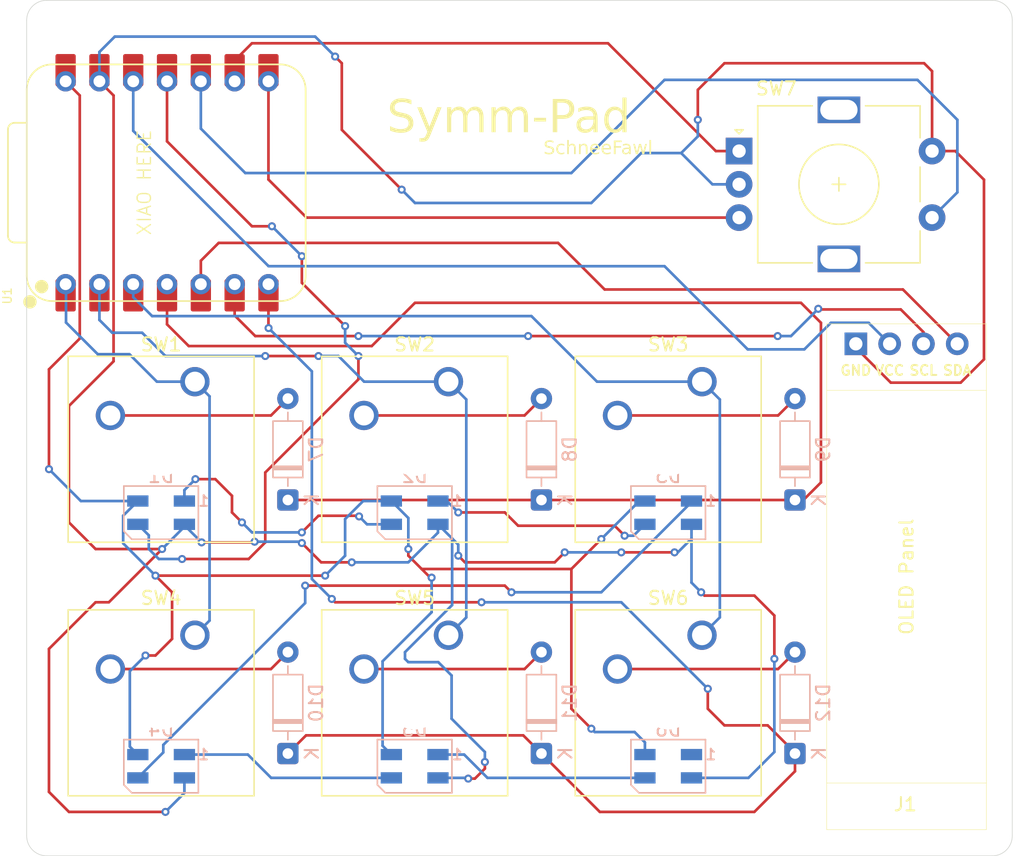
<source format=kicad_pcb>
(kicad_pcb (version 20241229) (generator "pcbnew") (generator_version "9.0")
  (layers (0 "F.Cu" signal) (2 "B.Cu" signal) (13 "F.Paste" user) (15 "B.Paste" user) (5 "F.SilkS" user "F.Silkscreen") (7 "B.SilkS" user "B.Silkscreen") (1 "F.Mask" user) (3 "B.Mask" user) (25 "Edge.Cuts" user))
  (net 0 "")
  (net 1 "Net-(D1-DOUT)")
  (net 2 "GND")
  (net 3 "+5V")
  (net 4 "Net-(D1-DIN)")
  (net 5 "Net-(D2-DOUT)")
  (net 6 "Net-(D3-DOUT)")
  (net 7 "Net-(D4-DOUT)")
  (net 8 "Net-(D5-DOUT)")
  (net 10 "Net-(D7-A)")
  (net 11 "Net-(D8-A)")
  (net 12 "Net-(D9-A)")
  (net 13 "Net-(D10-A)")
  (net 14 "Net-(D11-A)")
  (net 15 "Net-(D12-A)")
  (net 16 "Net-(J1-Pin_4)")
  (net 17 "Net-(J1-Pin_3)")
  (net 18 "+3V3")
  (net 19 "Col 0")
  (net 20 "Col 1")
  (net 21 "Col 2")
  (net 22 "Net-(U1-GPIO1{slash}RX)")
  (net 23 "Net-(U1-GPIO4{slash}MISO)")
  (net 24 "Net-(U1-GPIO2{slash}SCK)")
  (net 25 "Row 1")
  (net 26 "Row 0")
  (footprint "0.91 inch OLED display:SSD1306-0.91-OLED-4pin" (layer "F.Cu") (at 116.68125 78.58125 90)
    (property "Reference" "J1" (at 1.9 5.91 0) (layer "F.SilkS"))
    (property "Value" "0.91\"_OLED_Display")
    (fp_text user "GND" (at 34.5 2.19 0) (layer "F.SilkS") (effects (font (size 0.75 0.75))))
    (fp_text user "SCL" (at 34.5 7.27 0) (layer "F.SilkS") (effects (font (size 0.75 0.75))))
    (fp_text user "OLED Panel" (at 19 6 90) (layer "F.SilkS"))
    (fp_text user "SDA" (at 34.5 9.81 0) (layer "F.SilkS") (effects (font (size 0.75 0.75))))
    (fp_text user "VCC" (at 34.5 4.73 0) (layer "F.SilkS") (effects (font (size 0.75 0.75))))
    (pad "1" thru_hole rect (at 36.5 2.19 90) (size 1.7 1.7) (drill 1) (layers "*.Cu" "*.Mask") (net 2 "GND"))
    (pad "2" thru_hole oval (at 36.5 4.73 90) (size 1.7 1.7) (drill 1) (layers "*.Cu" "*.Mask") (net 18 "+3V3"))
    (pad "3" thru_hole oval (at 36.5 7.27 90) (size 1.7 1.7) (drill 1) (layers "*.Cu" "*.Mask") (net 17 "Net-(J1-Pin_3)"))
    (pad "4" thru_hole oval (at 36.5 9.81 90) (size 1.7 1.7) (drill 1) (layers "*.Cu" "*.Mask") (net 16 "Net-(J1-Pin_4)"))
  )
  (footprint "Rotary_Encoder:RotaryEncoder_Alps_EC11E-Switch_Vertical_H20mm" (layer "F.Cu") (at 110.1 27.6)
    (property "Reference" "SW7" (at 2.8 -4.7 0) (layer "F.SilkS"))
    (property "Value" "RotaryEncoder_Switch")
    (pad "A" thru_hole rect (at 0 0) (size 2 2) (drill 1) (layers "*.Cu" "*.Mask") (net 24 "Net-(U1-GPIO2{slash}SCK)"))
    (pad "B" thru_hole circle (at 0 5) (size 2 2) (drill 1) (layers "*.Cu" "*.Mask") (net 22 "Net-(U1-GPIO1{slash}RX)"))
    (pad "C" thru_hole circle (at 0 2.5) (size 2 2) (drill 1) (layers "*.Cu" "*.Mask") (net 2 "GND"))
    (pad "MP" thru_hole rect (at 7.5 -3.1) (size 3.2 2) (drill oval 2.8 1.5) (layers "*.Cu" "*.Mask"))
    (pad "MP" thru_hole rect (at 7.5 8.1) (size 3.2 2) (drill oval 2.8 1.5) (layers "*.Cu" "*.Mask"))
    (pad "S1" thru_hole circle (at 14.5 5) (size 2 2) (drill 1) (layers "*.Cu" "*.Mask") (net 23 "Net-(U1-GPIO4{slash}MISO)"))
    (pad "S2" thru_hole circle (at 14.5 0) (size 2 2) (drill 1) (layers "*.Cu" "*.Mask") (net 2 "GND"))
  )
  (footprint "Button_Switch_Keyboard:SW_Cherry_MX_1.00u_PCB" (layer "F.Cu") (at 88.265 44.92625)
    (property "Reference" "SW2" (at -2.54 -2.794 0) (layer "F.SilkS"))
    (property "Value" "SW_Push")
    (pad "" np_thru_hole circle (at -7.62 5.08) (size 1.7 1.7) (drill 1.7) (layers "*.Cu" "*.Mask"))
    (pad "" np_thru_hole circle (at -2.54 5.08) (size 4 4) (drill 4) (layers "*.Cu" "*.Mask"))
    (pad "" np_thru_hole circle (at 2.54 5.08) (size 1.7 1.7) (drill 1.7) (layers "*.Cu" "*.Mask"))
    (pad "1" thru_hole circle (at 0 0) (size 2.2 2.2) (drill 1.5) (layers "*.Cu" "*.Mask") (net 20 "Col 1"))
    (pad "2" thru_hole circle (at -6.35 2.54) (size 2.2 2.2) (drill 1.5) (layers "*.Cu" "*.Mask") (net 11 "Net-(D8-A)"))
  )
  (footprint "Button_Switch_Keyboard:SW_Cherry_MX_1.00u_PCB" (layer "F.Cu") (at 69.215 44.92625)
    (property "Reference" "SW1" (at -2.54 -2.794 0) (layer "F.SilkS"))
    (property "Value" "SW_Push")
    (pad "" np_thru_hole circle (at -7.62 5.08) (size 1.7 1.7) (drill 1.7) (layers "*.Cu" "*.Mask"))
    (pad "" np_thru_hole circle (at -2.54 5.08) (size 4 4) (drill 4) (layers "*.Cu" "*.Mask"))
    (pad "" np_thru_hole circle (at 2.54 5.08) (size 1.7 1.7) (drill 1.7) (layers "*.Cu" "*.Mask"))
    (pad "1" thru_hole circle (at 0 0) (size 2.2 2.2) (drill 1.5) (layers "*.Cu" "*.Mask") (net 19 "Col 0"))
    (pad "2" thru_hole circle (at -6.35 2.54) (size 2.2 2.2) (drill 1.5) (layers "*.Cu" "*.Mask") (net 10 "Net-(D7-A)"))
  )
  (footprint "Button_Switch_Keyboard:SW_Cherry_MX_1.00u_PCB" (layer "F.Cu") (at 107.315 63.97625)
    (property "Reference" "SW6" (at -2.54 -2.794 0) (layer "F.SilkS"))
    (property "Value" "SW_Push")
    (pad "" np_thru_hole circle (at -7.62 5.08) (size 1.7 1.7) (drill 1.7) (layers "*.Cu" "*.Mask"))
    (pad "" np_thru_hole circle (at -2.54 5.08) (size 4 4) (drill 4) (layers "*.Cu" "*.Mask"))
    (pad "" np_thru_hole circle (at 2.54 5.08) (size 1.7 1.7) (drill 1.7) (layers "*.Cu" "*.Mask"))
    (pad "1" thru_hole circle (at 0 0) (size 2.2 2.2) (drill 1.5) (layers "*.Cu" "*.Mask") (net 21 "Col 2"))
    (pad "2" thru_hole circle (at -6.35 2.54) (size 2.2 2.2) (drill 1.5) (layers "*.Cu" "*.Mask") (net 15 "Net-(D12-A)"))
  )
  (footprint "Button_Switch_Keyboard:SW_Cherry_MX_1.00u_PCB" (layer "F.Cu") (at 107.315 44.92625)
    (property "Reference" "SW3" (at -2.54 -2.794 0) (layer "F.SilkS"))
    (property "Value" "SW_Push")
    (pad "" np_thru_hole circle (at -7.62 5.08) (size 1.7 1.7) (drill 1.7) (layers "*.Cu" "*.Mask"))
    (pad "" np_thru_hole circle (at -2.54 5.08) (size 4 4) (drill 4) (layers "*.Cu" "*.Mask"))
    (pad "" np_thru_hole circle (at 2.54 5.08) (size 1.7 1.7) (drill 1.7) (layers "*.Cu" "*.Mask"))
    (pad "1" thru_hole circle (at 0 0) (size 2.2 2.2) (drill 1.5) (layers "*.Cu" "*.Mask") (net 21 "Col 2"))
    (pad "2" thru_hole circle (at -6.35 2.54) (size 2.2 2.2) (drill 1.5) (layers "*.Cu" "*.Mask") (net 12 "Net-(D9-A)"))
  )
  (footprint "Button_Switch_Keyboard:SW_Cherry_MX_1.00u_PCB" (layer "F.Cu") (at 69.215 63.97625)
    (property "Reference" "SW4" (at -2.54 -2.794 0) (layer "F.SilkS"))
    (property "Value" "SW_Push")
    (pad "" np_thru_hole circle (at -7.62 5.08) (size 1.7 1.7) (drill 1.7) (layers "*.Cu" "*.Mask"))
    (pad "" np_thru_hole circle (at -2.54 5.08) (size 4 4) (drill 4) (layers "*.Cu" "*.Mask"))
    (pad "" np_thru_hole circle (at 2.54 5.08) (size 1.7 1.7) (drill 1.7) (layers "*.Cu" "*.Mask"))
    (pad "1" thru_hole circle (at 0 0) (size 2.2 2.2) (drill 1.5) (layers "*.Cu" "*.Mask") (net 19 "Col 0"))
    (pad "2" thru_hole circle (at -6.35 2.54) (size 2.2 2.2) (drill 1.5) (layers "*.Cu" "*.Mask") (net 13 "Net-(D10-A)"))
  )
  (footprint "Button_Switch_Keyboard:SW_Cherry_MX_1.00u_PCB" (layer "F.Cu") (at 88.265 63.97625)
    (property "Reference" "SW5" (at -2.54 -2.794 0) (layer "F.SilkS"))
    (property "Value" "SW_Push")
    (pad "" np_thru_hole circle (at -7.62 5.08) (size 1.7 1.7) (drill 1.7) (layers "*.Cu" "*.Mask"))
    (pad "" np_thru_hole circle (at -2.54 5.08) (size 4 4) (drill 4) (layers "*.Cu" "*.Mask"))
    (pad "" np_thru_hole circle (at 2.54 5.08) (size 1.7 1.7) (drill 1.7) (layers "*.Cu" "*.Mask"))
    (pad "1" thru_hole circle (at 0 0) (size 2.2 2.2) (drill 1.5) (layers "*.Cu" "*.Mask") (net 20 "Col 1"))
    (pad "2" thru_hole circle (at -6.35 2.54) (size 2.2 2.2) (drill 1.5) (layers "*.Cu" "*.Mask") (net 14 "Net-(D11-A)"))
  )
  (footprint "OPL XIAO Series:XIAO-RP2040-DIP" (layer "F.Cu") (at 67.12 29.98 90)
    (property "Reference" "U1" (at -8.5 -12 90) (layer "F.SilkS") (effects (font (size 0.635 0.635) (thickness 0.1016))))
    (property "Value" "XIAO-RP2040-DIP")
    (pad "1" smd roundrect (at -8.455 -7.62 270) (size 2.432 1.524) (layers "F.Cu" "F.Mask") (roundrect_rratio 0.1) (net 19 "Col 0"))
    (pad "1" thru_hole circle (at -7.62 -7.62 270) (size 1.524 1.524) (drill 0.889) (layers "*.Cu" "*.Mask") (net 19 "Col 0"))
    (pad "2" smd roundrect (at -8.455 -5.08 270) (size 2.432 1.524) (layers "F.Cu" "F.Mask") (roundrect_rratio 0.1) (net 20 "Col 1"))
    (pad "2" thru_hole circle (at -7.62 -5.08 270) (size 1.524 1.524) (drill 0.889) (layers "*.Cu" "*.Mask") (net 20 "Col 1"))
    (pad "3" smd roundrect (at -8.455 -2.54 270) (size 2.432 1.524) (layers "F.Cu" "F.Mask") (roundrect_rratio 0.1) (net 21 "Col 2"))
    (pad "3" thru_hole circle (at -7.62 -2.54 270) (size 1.524 1.524) (drill 0.889) (layers "*.Cu" "*.Mask") (net 21 "Col 2"))
    (pad "4" smd roundrect (at -8.455 0 270) (size 2.432 1.524) (layers "F.Cu" "F.Mask") (roundrect_rratio 0.1) (net 26 "Row 0"))
    (pad "4" thru_hole circle (at -7.62 0 270) (size 1.524 1.524) (drill 0.889) (layers "*.Cu" "*.Mask") (net 26 "Row 0"))
    (pad "5" smd roundrect (at -8.455 2.54 270) (size 2.432 1.524) (layers "F.Cu" "F.Mask") (roundrect_rratio 0.1) (net 16 "Net-(J1-Pin_4)"))
    (pad "5" thru_hole circle (at -7.62 2.54 270) (size 1.524 1.524) (drill 0.889) (layers "*.Cu" "*.Mask") (net 16 "Net-(J1-Pin_4)"))
    (pad "6" smd roundrect (at -8.455 5.08 270) (size 2.432 1.524) (layers "F.Cu" "F.Mask") (roundrect_rratio 0.1) (net 17 "Net-(J1-Pin_3)"))
    (pad "6" thru_hole circle (at -7.62 5.08 270) (size 1.524 1.524) (drill 0.889) (layers "*.Cu" "*.Mask") (net 17 "Net-(J1-Pin_3)"))
    (pad "7" smd roundrect (at -8.455 7.62 270) (size 2.432 1.524) (layers "F.Cu" "F.Mask") (roundrect_rratio 0.1) (net 25 "Row 1"))
    (pad "7" thru_hole circle (at -7.62 7.62 270) (size 1.524 1.524) (drill 0.889) (layers "*.Cu" "*.Mask") (net 25 "Row 1"))
    (pad "8" thru_hole circle (at 7.62 7.62 90) (size 1.524 1.524) (drill 0.889) (layers "*.Cu" "*.Mask") (net 22 "Net-(U1-GPIO1{slash}RX)"))
    (pad "8" smd roundrect (at 8.455 7.62 90) (size 2.432 1.524) (layers "F.Cu" "F.Mask") (roundrect_rratio 0.1) (net 22 "Net-(U1-GPIO1{slash}RX)"))
    (pad "9" thru_hole circle (at 7.62 5.08 90) (size 1.524 1.524) (drill 0.889) (layers "*.Cu" "*.Mask") (net 24 "Net-(U1-GPIO2{slash}SCK)"))
    (pad "9" smd roundrect (at 8.455 5.08 90) (size 2.432 1.524) (layers "F.Cu" "F.Mask") (roundrect_rratio 0.1) (net 24 "Net-(U1-GPIO2{slash}SCK)"))
    (pad "10" thru_hole circle (at 7.62 2.54 90) (size 1.524 1.524) (drill 0.889) (layers "*.Cu" "*.Mask") (net 23 "Net-(U1-GPIO4{slash}MISO)"))
    (pad "10" smd roundrect (at 8.455 2.54 90) (size 2.432 1.524) (layers "F.Cu" "F.Mask") (roundrect_rratio 0.1) (net 23 "Net-(U1-GPIO4{slash}MISO)"))
    (pad "11" thru_hole circle (at 7.62 0 90) (size 1.524 1.524) (drill 0.889) (layers "*.Cu" "*.Mask") (net 4 "Net-(D1-DIN)"))
    (pad "11" smd roundrect (at 8.455 0 90) (size 2.432 1.524) (layers "F.Cu" "F.Mask") (roundrect_rratio 0.1) (net 4 "Net-(D1-DIN)"))
    (pad "12" thru_hole circle (at 7.62 -2.54 90) (size 1.524 1.524) (drill 0.889) (layers "*.Cu" "*.Mask") (net 18 "+3V3"))
    (pad "12" smd roundrect (at 8.455 -2.54 90) (size 2.432 1.524) (layers "F.Cu" "F.Mask") (roundrect_rratio 0.1) (net 18 "+3V3"))
    (pad "13" thru_hole circle (at 7.62 -5.08 90) (size 1.524 1.524) (drill 0.889) (layers "*.Cu" "*.Mask") (net 2 "GND"))
    (pad "13" smd roundrect (at 8.455 -5.08 90) (size 2.432 1.524) (layers "F.Cu" "F.Mask") (roundrect_rratio 0.1) (net 2 "GND"))
    (pad "14" thru_hole circle (at 7.62 -7.62 90) (size 1.524 1.524) (drill 0.889) (layers "*.Cu" "*.Mask") (net 3 "+5V"))
    (pad "14" smd roundrect (at 8.455 -7.62 90) (size 2.432 1.524) (layers "F.Cu" "F.Mask") (roundrect_rratio 0.1) (net 3 "+5V"))
  )
  (footprint "LED_SMD:LED_SK6812MINI_PLCC4_3.5x3.5mm_P1.75mm" (layer "B.Cu") (at 104.775 73.81875 180)
    (property "Reference" "D6" (at 0 2.75 0) (layer "B.SilkS") (effects (justify mirror)))
    (property "Value" "SK6812MINI")
    (fp_text user "1" (at -3.2 0.875 0) (layer "B.SilkS") (effects (font (size 0.8 0.8)) (justify mirror)))
    (pad "1" smd rect (at -1.75 0.875 180) (size 1.6 0.85) (layers "B.Cu" "B.Mask" "B.Paste"))
    (pad "2" smd rect (at -1.75 -0.875 180) (size 1.6 0.85) (layers "B.Cu" "B.Mask" "B.Paste") (net 2 "GND"))
    (pad "3" smd rect (at 1.75 -0.875 180) (size 1.6 0.85) (layers "B.Cu" "B.Mask" "B.Paste") (net 8 "Net-(D5-DOUT)"))
    (pad "4" smd rect (at 1.75 0.875 180) (size 1.6 0.85) (layers "B.Cu" "B.Mask" "B.Paste") (net 3 "+5V"))
  )
  (footprint "LED_SMD:LED_SK6812MINI_PLCC4_3.5x3.5mm_P1.75mm" (layer "B.Cu") (at 85.725 54.76875 180)
    (property "Reference" "D2" (at 0 2.75 0) (layer "B.SilkS") (effects (justify mirror)))
    (property "Value" "SK6812MINI")
    (fp_text user "1" (at -3.2 0.875 0) (layer "B.SilkS") (effects (font (size 0.8 0.8)) (justify mirror)))
    (pad "1" smd rect (at -1.75 0.875 180) (size 1.6 0.85) (layers "B.Cu" "B.Mask" "B.Paste") (net 5 "Net-(D2-DOUT)"))
    (pad "2" smd rect (at -1.75 -0.875 180) (size 1.6 0.85) (layers "B.Cu" "B.Mask" "B.Paste") (net 2 "GND"))
    (pad "3" smd rect (at 1.75 -0.875 180) (size 1.6 0.85) (layers "B.Cu" "B.Mask" "B.Paste") (net 1 "Net-(D1-DOUT)"))
    (pad "4" smd rect (at 1.75 0.875 180) (size 1.6 0.85) (layers "B.Cu" "B.Mask" "B.Paste") (net 3 "+5V"))
  )
  (footprint "LED_SMD:LED_SK6812MINI_PLCC4_3.5x3.5mm_P1.75mm" (layer "B.Cu") (at 66.675 54.76875 180)
    (property "Reference" "D1" (at 0 2.75 0) (layer "B.SilkS") (effects (justify mirror)))
    (property "Value" "SK6812MINI")
    (fp_text user "1" (at -3.2 0.875 0) (layer "B.SilkS") (effects (font (size 0.8 0.8)) (justify mirror)))
    (pad "1" smd rect (at -1.75 0.875 180) (size 1.6 0.85) (layers "B.Cu" "B.Mask" "B.Paste") (net 1 "Net-(D1-DOUT)"))
    (pad "2" smd rect (at -1.75 -0.875 180) (size 1.6 0.85) (layers "B.Cu" "B.Mask" "B.Paste") (net 2 "GND"))
    (pad "3" smd rect (at 1.75 -0.875 180) (size 1.6 0.85) (layers "B.Cu" "B.Mask" "B.Paste") (net 4 "Net-(D1-DIN)"))
    (pad "4" smd rect (at 1.75 0.875 180) (size 1.6 0.85) (layers "B.Cu" "B.Mask" "B.Paste") (net 3 "+5V"))
  )
  (footprint "Diode_THT:D_DO-35_SOD27_P7.62mm_Horizontal" (layer "B.Cu") (at 95.25 72.86625 90)
    (property "Reference" "D11" (at 3.81 2.12 90) (layer "B.SilkS") (effects (justify mirror)))
    (property "Value" "1N4148")
    (fp_text user "K" (at 0 1.8 90) (layer "B.SilkS") (effects (justify mirror)))
    (pad "1" thru_hole roundrect (at 0 0 90) (size 1.6 1.6) (drill 0.8) (layers "*.Cu" "*.Mask") (roundrect_rratio 0.15625) (net 25 "Row 1"))
    (pad "2" thru_hole circle (at 7.62 0 90) (size 1.6 1.6) (drill 0.8) (layers "*.Cu" "*.Mask") (net 14 "Net-(D11-A)"))
  )
  (footprint "Diode_THT:D_DO-35_SOD27_P7.62mm_Horizontal" (layer "B.Cu") (at 95.25 53.81625 90)
    (property "Reference" "D8" (at 3.81 2.12 90) (layer "B.SilkS") (effects (justify mirror)))
    (property "Value" "1N4148")
    (fp_text user "K" (at 0 1.8 90) (layer "B.SilkS") (effects (justify mirror)))
    (pad "1" thru_hole roundrect (at 0 0 90) (size 1.6 1.6) (drill 0.8) (layers "*.Cu" "*.Mask") (roundrect_rratio 0.15625) (net 26 "Row 0"))
    (pad "2" thru_hole circle (at 7.62 0 90) (size 1.6 1.6) (drill 0.8) (layers "*.Cu" "*.Mask") (net 11 "Net-(D8-A)"))
  )
  (footprint "LED_SMD:LED_SK6812MINI_PLCC4_3.5x3.5mm_P1.75mm" (layer "B.Cu") (at 85.725 73.81875 180)
    (property "Reference" "D5" (at 0 2.75 0) (layer "B.SilkS") (effects (justify mirror)))
    (property "Value" "SK6812MINI")
    (fp_text user "1" (at -3.2 0.875 0) (layer "B.SilkS") (effects (font (size 0.8 0.8)) (justify mirror)))
    (pad "1" smd rect (at -1.75 0.875 180) (size 1.6 0.85) (layers "B.Cu" "B.Mask" "B.Paste") (net 8 "Net-(D5-DOUT)"))
    (pad "2" smd rect (at -1.75 -0.875 180) (size 1.6 0.85) (layers "B.Cu" "B.Mask" "B.Paste") (net 2 "GND"))
    (pad "3" smd rect (at 1.75 -0.875 180) (size 1.6 0.85) (layers "B.Cu" "B.Mask" "B.Paste") (net 7 "Net-(D4-DOUT)"))
    (pad "4" smd rect (at 1.75 0.875 180) (size 1.6 0.85) (layers "B.Cu" "B.Mask" "B.Paste") (net 3 "+5V"))
  )
  (footprint "LED_SMD:LED_SK6812MINI_PLCC4_3.5x3.5mm_P1.75mm" (layer "B.Cu") (at 66.675 73.81875 180)
    (property "Reference" "D4" (at 0 2.75 0) (layer "B.SilkS") (effects (justify mirror)))
    (property "Value" "SK6812MINI")
    (fp_text user "1" (at -3.2 0.875 0) (layer "B.SilkS") (effects (font (size 0.8 0.8)) (justify mirror)))
    (pad "1" smd rect (at -1.75 0.875 180) (size 1.6 0.85) (layers "B.Cu" "B.Mask" "B.Paste") (net 7 "Net-(D4-DOUT)"))
    (pad "2" smd rect (at -1.75 -0.875 180) (size 1.6 0.85) (layers "B.Cu" "B.Mask" "B.Paste") (net 2 "GND"))
    (pad "3" smd rect (at 1.75 -0.875 180) (size 1.6 0.85) (layers "B.Cu" "B.Mask" "B.Paste") (net 6 "Net-(D3-DOUT)"))
    (pad "4" smd rect (at 1.75 0.875 180) (size 1.6 0.85) (layers "B.Cu" "B.Mask" "B.Paste") (net 3 "+5V"))
  )
  (footprint "Diode_THT:D_DO-35_SOD27_P7.62mm_Horizontal" (layer "B.Cu") (at 114.3 72.86625 90)
    (property "Reference" "D12" (at 3.81 2.12 90) (layer "B.SilkS") (effects (justify mirror)))
    (property "Value" "1N4148")
    (fp_text user "K" (at 0 1.8 90) (layer "B.SilkS") (effects (justify mirror)))
    (pad "1" thru_hole roundrect (at 0 0 90) (size 1.6 1.6) (drill 0.8) (layers "*.Cu" "*.Mask") (roundrect_rratio 0.15625) (net 25 "Row 1"))
    (pad "2" thru_hole circle (at 7.62 0 90) (size 1.6 1.6) (drill 0.8) (layers "*.Cu" "*.Mask") (net 15 "Net-(D12-A)"))
  )
  (footprint "Diode_THT:D_DO-35_SOD27_P7.62mm_Horizontal" (layer "B.Cu") (at 76.2 72.86625 90)
    (property "Reference" "D10" (at 3.81 2.12 90) (layer "B.SilkS") (effects (justify mirror)))
    (property "Value" "1N4148")
    (fp_text user "K" (at 0 1.8 90) (layer "B.SilkS") (effects (justify mirror)))
    (pad "1" thru_hole roundrect (at 0 0 90) (size 1.6 1.6) (drill 0.8) (layers "*.Cu" "*.Mask") (roundrect_rratio 0.15625) (net 25 "Row 1"))
    (pad "2" thru_hole circle (at 7.62 0 90) (size 1.6 1.6) (drill 0.8) (layers "*.Cu" "*.Mask") (net 13 "Net-(D10-A)"))
  )
  (footprint "Diode_THT:D_DO-35_SOD27_P7.62mm_Horizontal" (layer "B.Cu") (at 114.3 53.81625 90)
    (property "Reference" "D9" (at 3.81 2.12 90) (layer "B.SilkS") (effects (justify mirror)))
    (property "Value" "1N4148")
    (fp_text user "K" (at 0 1.8 90) (layer "B.SilkS") (effects (justify mirror)))
    (pad "1" thru_hole roundrect (at 0 0 90) (size 1.6 1.6) (drill 0.8) (layers "*.Cu" "*.Mask") (roundrect_rratio 0.15625) (net 26 "Row 0"))
    (pad "2" thru_hole circle (at 7.62 0 90) (size 1.6 1.6) (drill 0.8) (layers "*.Cu" "*.Mask") (net 12 "Net-(D9-A)"))
  )
  (footprint "LED_SMD:LED_SK6812MINI_PLCC4_3.5x3.5mm_P1.75mm" (layer "B.Cu") (at 104.775 54.76875 180)
    (property "Reference" "D3" (at 0 2.75 0) (layer "B.SilkS") (effects (justify mirror)))
    (property "Value" "SK6812MINI")
    (fp_text user "1" (at -3.2 0.875 0) (layer "B.SilkS") (effects (font (size 0.8 0.8)) (justify mirror)))
    (pad "1" smd rect (at -1.75 0.875 180) (size 1.6 0.85) (layers "B.Cu" "B.Mask" "B.Paste") (net 6 "Net-(D3-DOUT)"))
    (pad "2" smd rect (at -1.75 -0.875 180) (size 1.6 0.85) (layers "B.Cu" "B.Mask" "B.Paste") (net 2 "GND"))
    (pad "3" smd rect (at 1.75 -0.875 180) (size 1.6 0.85) (layers "B.Cu" "B.Mask" "B.Paste") (net 5 "Net-(D2-DOUT)"))
    (pad "4" smd rect (at 1.75 0.875 180) (size 1.6 0.85) (layers "B.Cu" "B.Mask" "B.Paste") (net 3 "+5V"))
  )
  (footprint "Diode_THT:D_DO-35_SOD27_P7.62mm_Horizontal" (layer "B.Cu") (at 76.2 53.81625 90)
    (property "Reference" "D7" (at 3.81 2.12 90) (layer "B.SilkS") (effects (justify mirror)))
    (property "Value" "1N4148")
    (fp_text user "K" (at 0 1.8 90) (layer "B.SilkS") (effects (justify mirror)))
    (pad "1" thru_hole roundrect (at 0 0 90) (size 1.6 1.6) (drill 0.8) (layers "*.Cu" "*.Mask") (roundrect_rratio 0.15625) (net 26 "Row 0"))
    (pad "2" thru_hole circle (at 7.62 0 90) (size 1.6 1.6) (drill 0.8) (layers "*.Cu" "*.Mask") (net 10 "Net-(D7-A)"))
  )
  (gr_arc (start 56.575 17.775) (mid 57.01434 16.71434) (end 58.075 16.275) (stroke (width 0.05)) (layer "Edge.Cuts"))
  (gr_arc (start 58.075 80.55) (mid 57.01434 80.11066) (end 56.575 79.05) (stroke (width 0.05)) (layer "Edge.Cuts"))
  (gr_arc (start 129.125 16.275) (mid 130.18566 16.71434) (end 130.625 17.775) (stroke (width 0.05)) (layer "Edge.Cuts"))
  (gr_line (start 58.075 16.275) (end 129.125 16.275) (stroke (width 0.05)) (layer "Edge.Cuts"))
  (gr_line (start 56.575 79.05) (end 56.575 17.775) (stroke (width 0.05)) (layer "Edge.Cuts"))
  (gr_line (start 130.625 17.775) (end 130.625 79.05) (stroke (width 0.05)) (layer "Edge.Cuts"))
  (gr_line (start 129.125 80.55) (end 58.075 80.55) (stroke (width 0.05)) (layer "Edge.Cuts"))
  (gr_arc (start 130.625 79.05) (mid 130.18566 80.11066) (end 129.125 80.55) (stroke (width 0.05)) (layer "Edge.Cuts"))
  (gr_text "XIAO HERE" (at 66 34 90) (layer "F.SilkS") (effects (font (size 1 1) (thickness 0.1)) (justify left bottom)))
  (gr_text "SchneeFawl" (at 95.4 28 0) (layer "F.SilkS") (effects (font (size 1 1) (thickness 0.1)) (justify left bottom)))
  (gr_text "Symm-Pad" (at 92.8 26.6 0) (layer "F.SilkS") (effects (font (size 2.45 2.45) (thickness 0.1)) (justify bottom)))
  (segment (start 78.5 55) (end 81.5 55) (width 0.2) (layer "F.Cu") (net 1))
  (segment (start 81.5 55) (end 81.549265 55.049265) (width 0.2) (layer "F.Cu") (net 1))
  (segment (start 69.25 52.25) (end 70.75 52.25) (width 0.2) (layer "F.Cu") (net 1))
  (segment (start 77.25 56.25) (end 78.5 55) (width 0.2) (layer "F.Cu") (net 1))
  (segment (start 72 54.75) (end 72.75 55.5) (width 0.2) (layer "F.Cu") (net 1))
  (segment (start 72 53.5) (end 72 54.75) (width 0.2) (layer "F.Cu") (net 1))
  (segment (start 70.75 52.25) (end 72 53.5) (width 0.2) (layer "F.Cu") (net 1))
  (via (at 81.549265 55.049265) (size 0.6) (drill 0.3) (layers "F.Cu" "B.Cu") (net 1))
  (via (at 69.25 52.25) (size 0.6) (drill 0.3) (layers "F.Cu" "B.Cu") (net 1))
  (via (at 72.75 55.5) (size 0.6) (drill 0.3) (layers "F.Cu" "B.Cu") (net 1))
  (via (at 77.25 56.25) (size 0.6) (drill 0.3) (layers "F.Cu" "B.Cu") (net 1))
  (segment (start 82.14375 55.64375) (end 83.975 55.64375) (width 0.2) (layer "B.Cu") (net 1))
  (segment (start 81.549265 55.049265) (end 82.14375 55.64375) (width 0.2) (layer "B.Cu") (net 1))
  (segment (start 72.75 55.5) (end 73.5 56.25) (width 0.2) (layer "B.Cu") (net 1))
  (segment (start 73.5 56.25) (end 77.25 56.25) (width 0.2) (layer "B.Cu") (net 1))
  (segment (start 68.425 53.89375) (end 68.425 53.075) (width 0.2) (layer "B.Cu") (net 1))
  (segment (start 68.425 53.075) (end 69.25 52.25) (width 0.2) (layer "B.Cu") (net 1))
  (segment (start 124.6 21.6) (end 124 21) (width 0.2) (layer "F.Cu") (net 2))
  (segment (start 58.25 65) (end 58.25 75.75) (width 0.2) (layer "F.Cu") (net 2))
  (segment (start 61.75 57.5) (end 66.75 57.5) (width 0.2) (layer "F.Cu") (net 2))
  (segment (start 121.5 45) (end 126.75 45) (width 0.2) (layer "F.Cu") (net 2))
  (segment (start 78.699997 58.5) (end 81 58.5) (width 0.2) (layer "F.Cu") (net 2))
  (segment (start 90.25 74.75) (end 89.75 74.75) (width 0.2) (layer "F.Cu") (net 2))
  (segment (start 96.25 58.5) (end 97 57.75) (width 0.2) (layer "F.Cu") (net 2))
  (segment (start 107 23) (end 107 25.25) (width 0.2) (layer "F.Cu") (net 2))
  (segment (start 118.87125 42.08125) (end 118.87125 42.37125) (width 0.2) (layer "F.Cu") (net 2))
  (segment (start 80.25 21) (end 79.75 20.5) (width 0.2) (layer "F.Cu") (net 2))
  (segment (start 101.25 57.75) (end 105.25 57.75) (width 0.2) (layer "F.Cu") (net 2))
  (segment (start 59.75 55.5) (end 61.75 57.5) (width 0.2) (layer "F.Cu") (net 2))
  (segment (start 61.75 61.5) (end 58.25 65) (width 0.2) (layer "F.Cu") (net 2))
  (segment (start 128.5 29.75) (end 126.35 27.6) (width 0.2) (layer "F.Cu") (net 2))
  (segment (start 111.25 61) (end 112.75 62.5) (width 0.2) (layer "F.Cu") (net 2))
  (segment (start 124.6 27.6) (end 124.6 21.6) (width 0.2) (layer "F.Cu") (net 2))
  (segment (start 62.04 22.36) (end 63.103 23.423) (width 0.2) (layer "F.Cu") (net 2))
  (segment (start 66.75 57.5) (end 62.75 61.5) (width 0.2) (layer "F.Cu") (net 2))
  (segment (start 128.5 43.25) (end 128.5 29.75) (width 0.2) (layer "F.Cu") (net 2))
  (segment (start 58.25 75.75) (end 59.75 77.25) (width 0.2) (layer "F.Cu") (net 2))
  (segment (start 84.75 30.5) (end 80.25 26) (width 0.2) (layer "F.Cu") (net 2))
  (segment (start 59.75 77.25) (end 67 77.25) (width 0.2) (layer "F.Cu") (net 2))
  (segment (start 63.103 23.423) (end 63.103 43.397) (width 0.2) (layer "F.Cu") (net 2))
  (segment (start 126.75 45) (end 128.5 43.25) (width 0.2) (layer "F.Cu") (net 2))
  (segment (start 107.5 61) (end 111.25 61) (width 0.2) (layer "F.Cu") (net 2))
  (segment (start 109 21) (end 107 23) (width 0.2) (layer "F.Cu") (net 2))
  (segment (start 107.25 60.75) (end 107.5 61) (width 0.2) (layer "F.Cu") (net 2))
  (segment (start 91 74) (end 90.25 74.75) (width 0.2) (layer "F.Cu") (net 2))
  (segment (start 59.75 46.75) (end 63.103 43.397) (width 0.2) (layer "F.Cu") (net 2))
  (segment (start 80.25 26) (end 80.25 21) (width 0.2) (layer "F.Cu") (net 2))
  (segment (start 89 58) (end 89.5 58.5) (width 0.2) (layer "F.Cu") (net 2))
  (segment (start 73.65147 57) (end 73.700735 56.950735) (width 0.2) (layer "F.Cu") (net 2))
  (segment (start 91 73.5) (end 91 74) (width 0.2) (layer "F.Cu") (net 2))
  (segment (start 89.5 58.5) (end 96.25 58.5) (width 0.2) (layer "F.Cu") (net 2))
  (segment (start 112.75 62.5) (end 112.75 65.75) (width 0.2) (layer "F.Cu") (net 2))
  (segment (start 124 21) (end 109 21) (width 0.2) (layer "F.Cu") (net 2))
  (segment (start 59.75 46.75) (end 59.75 55.5) (width 0.2) (layer "F.Cu") (net 2))
  (segment (start 118.87125 42.37125) (end 121.5 45) (width 0.2) (layer "F.Cu") (net 2))
  (segment (start 126.35 27.6) (end 124.6 27.6) (width 0.2) (layer "F.Cu") (net 2))
  (segment (start 69.714999 57) (end 73.65147 57) (width 0.2) (layer "F.Cu") (net 2))
  (segment (start 62.75 61.5) (end 61.75 61.5) (width 0.2) (layer "F.Cu") (net 2))
  (segment (start 77.25 57.050003) (end 78.699997 58.5) (width 0.2) (layer "F.Cu") (net 2))
  (via (at 107.25 60.75) (size 0.6) (drill 0.3) (layers "F.Cu" "B.Cu") (net 2))
  (via (at 66.75 57.5) (size 0.6) (drill 0.3) (layers "F.Cu" "B.Cu") (net 2))
  (via (at 89.75 74.75) (size 0.6) (drill 0.3) (layers "F.Cu" "B.Cu") (net 2))
  (via (at 107 25.25) (size 0.6) (drill 0.3) (layers "F.Cu" "B.Cu") (net 2))
  (via (at 84.75 30.5) (size 0.6) (drill 0.3) (layers "F.Cu" "B.Cu") (net 2))
  (via (at 89 58) (size 0.6) (drill 0.3) (layers "F.Cu" "B.Cu") (net 2))
  (via (at 112.75 65.75) (size 0.6) (drill 0.3) (layers "F.Cu" "B.Cu") (net 2))
  (via (at 73.700735 56.950735) (size 0.6) (drill 0.3) (layers "F.Cu" "B.Cu") (net 2))
  (via (at 105.25 57.75) (size 0.6) (drill 0.3) (layers "F.Cu" "B.Cu") (net 2))
  (via (at 69.714999 57) (size 0.6) (drill 0.3) (layers "F.Cu" "B.Cu") (net 2))
  (via (at 79.75 20.5) (size 0.6) (drill 0.3) (layers "F.Cu" "B.Cu") (net 2))
  (via (at 81 58.5) (size 0.6) (drill 0.3) (layers "F.Cu" "B.Cu") (net 2))
  (via (at 77.25 57.050003) (size 0.6) (drill 0.3) (layers "F.Cu" "B.Cu") (net 2))
  (via (at 91 73.5) (size 0.6) (drill 0.3) (layers "F.Cu" "B.Cu") (net 2))
  (via (at 101.25 57.75) (size 0.6) (drill 0.3) (layers "F.Cu" "B.Cu") (net 2))
  (via (at 67 77.25) (size 0.6) (drill 0.3) (layers "F.Cu" "B.Cu") (net 2))
  (via (at 97 57.75) (size 0.6) (drill 0.3) (layers "F.Cu" "B.Cu") (net 2))
  (segment (start 68.425 55.710001) (end 69.714999 57) (width 0.2) (layer "B.Cu") (net 2))
  (segment (start 89.69375 74.69375) (end 87.475 74.69375) (width 0.2) (layer "B.Cu") (net 2))
  (segment (start 106.525 60.025) (end 107.25 60.75) (width 0.2) (layer "B.Cu") (net 2))
  (segment (start 84.75 30.5) (end 85.75 31.5) (width 0.2) (layer "B.Cu") (net 2))
  (segment (start 85 65.25) (end 85 65.75) (width 0.2) (layer "B.Cu") (net 2))
  (segment (start 62.04 20.154808) (end 62.04 22.36) (width 0.2) (layer "B.Cu") (net 2))
  (segment (start 88.540625 56.709375) (end 89 57.16875) (width 0.2) (layer "B.Cu") (net 2))
  (segment (start 105.5 57.75) (end 106.525 56.725) (width 0.2) (layer "B.Cu") (net 2))
  (segment (start 85.75 31.5) (end 99 31.5) (width 0.2) (layer "B.Cu") (net 2))
  (segment (start 87.5 66) (end 88.5 67) (width 0.2) (layer "B.Cu") (net 2))
  (segment (start 88.5 70.25) (end 91 72.75) (width 0.2) (layer "B.Cu") (net 2))
  (segment (start 91 72.75) (end 91 73.5) (width 0.2) (layer "B.Cu") (net 2))
  (segment (start 99 31.5) (end 102.75 27.75) (width 0.2) (layer "B.Cu") (net 2))
  (segment (start 102.75 27.75) (end 105.75 27.75) (width 0.2) (layer "B.Cu") (net 2))
  (segment (start 105.75 27.75) (end 108.1 30.1) (width 0.2) (layer "B.Cu") (net 2))
  (segment (start 107 26.5) (end 107 25.25) (width 0.2) (layer "B.Cu") (net 2))
  (segment (start 67 77.25) (end 68.425 75.825) (width 0.2) (layer "B.Cu") (net 2))
  (segment (start 112.75 65.75) (end 112.75 72.75) (width 0.2) (layer "B.Cu") (net 2))
  (segment (start 105.25 57.75) (end 105.5 57.75) (width 0.2) (layer "B.Cu") (net 2))
  (segment (start 106.525 56.725) (end 106.525 60.025) (width 0.2) (layer "B.Cu") (net 2))
  (segment (start 105.75 27.75) (end 107 26.5) (width 0.2) (layer "B.Cu") (net 2))
  (segment (start 88.540625 56.709375) (end 88.540625 61.709375) (width 0.2) (layer "B.Cu") (net 2))
  (segment (start 73.700735 56.950735) (end 77.150732 56.950735) (width 0.2) (layer "B.Cu") (net 2))
  (segment (start 112.75 72.75) (end 110.80625 74.69375) (width 0.2) (layer "B.Cu") (net 2))
  (segment (start 79.75 20.5) (end 78.25 19) (width 0.2) (layer "B.Cu") (net 2))
  (segment (start 88.540625 61.709375) (end 85 65.25) (width 0.2) (layer "B.Cu") (net 2))
  (segment (start 66.75 57.5) (end 68.425 55.825) (width 0.2) (layer "B.Cu") (net 2))
  (segment (start 87.475 55.64375) (end 88.540625 56.709375) (width 0.2) (layer "B.Cu") (net 2))
  (segment (start 97 57.75) (end 101.25 57.75) (width 0.2) (layer "B.Cu") (net 2))
  (segment (start 88.5 67) (end 88.5 70.25) (width 0.2) (layer "B.Cu") (net 2))
  (segment (start 85.25 66) (end 87.5 66) (width 0.2) (layer "B.Cu") (net 2))
  (segment (start 110.80625 74.69375) (end 106.525 74.69375) (width 0.2) (layer "B.Cu") (net 2))
  (segment (start 87.475 56.26875) (end 87.475 55.64375) (width 0.2) (layer "B.Cu") (net 2))
  (segment (start 68.425 55.64375) (end 68.425 55.710001) (width 0.2) (layer "B.Cu") (net 2))
  (segment (start 63.194808 19) (end 62.04 20.154808) (width 0.2) (layer "B.Cu") (net 2))
  (segment (start 89 57.16875) (end 89 58) (width 0.2) (layer "B.Cu") (net 2))
  (segment (start 106.525 56.725) (end 106.525 55.64375) (width 0.2) (layer "B.Cu") (net 2))
  (segment (start 78.25 19) (end 63.194808 19) (width 0.2) (layer "B.Cu") (net 2))
  (segment (start 68.425 55.825) (end 68.425 55.64375) (width 0.2) (layer "B.Cu") (net 2))
  (segment (start 77.150732 56.950735) (end 77.25 57.050003) (width 0.2) (layer "B.Cu") (net 2))
  (segment (start 108.1 30.1) (end 110.1 30.1) (width 0.2) (layer "B.Cu") (net 2))
  (segment (start 68.425 75.825) (end 68.425 74.69375) (width 0.2) (layer "B.Cu") (net 2))
  (segment (start 89.75 74.75) (end 89.69375 74.69375) (width 0.2) (layer "B.Cu") (net 2))
  (segment (start 85.24375 58.5) (end 87.475 56.26875) (width 0.2) (layer "B.Cu") (net 2))
  (segment (start 85 65.75) (end 85.25 66) (width 0.2) (layer "B.Cu") (net 2))
  (segment (start 81 58.5) (end 85.24375 58.5) (width 0.2) (layer "B.Cu") (net 2))
  (segment (start 67.5 60.75) (end 67.5 64.25) (width 0.2) (layer "F.Cu") (net 3))
  (segment (start 67.5 64.25) (end 66.25 65.5) (width 0.2) (layer "F.Cu") (net 3))
  (segment (start 66.25 65.5) (end 65.5 65.5) (width 0.2) (layer "F.Cu") (net 3))
  (segment (start 86.25 59) (end 97.5 59) (width 0.2) (layer "F.Cu") (net 3))
  (segment (start 58.25 44) (end 58.25 51.5) (width 0.2) (layer "F.Cu") (net 3))
  (segment (start 97.5 69.5) (end 99 71) (width 0.2) (layer "F.Cu") (net 3))
  (segment (start 58.25 44) (end 60.563 41.687) (width 0.2) (layer "F.Cu") (net 3))
  (segment (start 66.25 59.5) (end 79 59.5) (width 0.2) (layer "F.Cu") (net 3))
  (segment (start 85.25 58) (end 86.25 59) (width 0.2) (layer "F.Cu") (net 3))
  (segment (start 97.5 59) (end 97.5 69.5) (width 0.2) (layer "F.Cu") (net 3))
  (segment (start 59.5 22.36) (end 60.563 23.423) (width 0.2) (layer "F.Cu") (net 3))
  (segment (start 85.25 57.5) (end 85.25 58) (width 0.2) (layer "F.Cu") (net 3))
  (segment (start 86.9 59.65) (end 87 59.65) (width 0.2) (layer "F.Cu") (net 3))
  (segment (start 60.563 23.423) (end 60.563 41.687) (width 0.2) (layer "F.Cu") (net 3))
  (segment (start 86.25 59) (end 86.9 59.65) (width 0.2) (layer "F.Cu") (net 3))
  (segment (start 66.25 59.5) (end 67.5 60.75) (width 0.2) (layer "F.Cu") (net 3))
  (segment (start 97.5 59) (end 99.75 56.75) (width 0.2) (layer "F.Cu") (net 3))
  (via (at 79 59.5) (size 0.6) (drill 0.3) (layers "F.Cu" "B.Cu") (net 3))
  (via (at 85.25 57.5) (size 0.6) (drill 0.3) (layers "F.Cu" "B.Cu") (net 3))
  (via (at 87 59.65) (size 0.6) (drill 0.3) (layers "F.Cu" "B.Cu") (net 3))
  (via (at 65.5 65.5) (size 0.6) (drill 0.3) (layers "F.Cu" "B.Cu") (net 3))
  (via (at 99 71) (size 0.6) (drill 0.3) (layers "F.Cu" "B.Cu") (net 3))
  (via (at 66.25 59.5) (size 0.6) (drill 0.3) (layers "F.Cu" "B.Cu") (net 3))
  (via (at 99.75 56.75) (size 0.6) (drill 0.3) (layers "F.Cu" "B.Cu") (net 3))
  (via (at 58.25 51.5) (size 0.6) (drill 0.3) (layers "F.Cu" "B.Cu") (net 3))
  (segment (start 99.75 56.75) (end 102.60625 53.89375) (width 0.2) (layer "B.Cu") (net 3))
  (segment (start 60.64375 53.89375) (end 64.925 53.89375) (width 0.2) (layer "B.Cu") (net 3))
  (segment (start 87 59.65) (end 87 62.25) (width 0.2) (layer "B.Cu") (net 3))
  (segment (start 83.315032 65.934968) (end 83.315032 72.283782) (width 0.2) (layer "B.Cu") (net 3))
  (segment (start 102.25 71.25) (end 103.025 72.025) (width 0.2) (layer "B.Cu") (net 3))
  (segment (start 103.025 72.025) (end 103.025 72.94375) (width 0.2) (layer "B.Cu") (net 3))
  (segment (start 64.925 53.89375) (end 63.824 54.99475) (width 0.2) (layer "B.Cu") (net 3))
  (segment (start 99.25 71.25) (end 102.25 71.25) (width 0.2) (layer "B.Cu") (net 3))
  (segment (start 58.25 51.5) (end 60.64375 53.89375) (width 0.2) (layer "B.Cu") (net 3))
  (segment (start 80.5 58) (end 80.5 55.25) (width 0.2) (layer "B.Cu") (net 3))
  (segment (start 65.5 65.5) (end 64.324 66.676) (width 0.2) (layer "B.Cu") (net 3))
  (segment (start 99 71) (end 99.25 71.25) (width 0.2) (layer "B.Cu") (net 3))
  (segment (start 80.5 55.25) (end 81.85625 53.89375) (width 0.2) (layer "B.Cu") (net 3))
  (segment (start 85.25 55.16875) (end 85.25 57.5) (width 0.2) (layer "B.Cu") (net 3))
  (segment (start 64.324 66.676) (end 64.324 72.34275) (width 0.2) (layer "B.Cu") (net 3))
  (segment (start 102.60625 53.89375) (end 103.025 53.89375) (width 0.2) (layer "B.Cu") (net 3))
  (segment (start 64.324 72.34275) (end 64.925 72.94375) (width 0.2) (layer "B.Cu") (net 3))
  (segment (start 83.315032 72.283782) (end 83.975 72.94375) (width 0.2) (layer "B.Cu") (net 3))
  (segment (start 63.824 57.074) (end 66.25 59.5) (width 0.2) (layer "B.Cu") (net 3))
  (segment (start 83.975 53.89375) (end 85.25 55.16875) (width 0.2) (layer "B.Cu") (net 3))
  (segment (start 63.824 54.99475) (end 63.824 57.074) (width 0.2) (layer "B.Cu") (net 3))
  (segment (start 87 62.25) (end 83.315032 65.934968) (width 0.2) (layer "B.Cu") (net 3))
  (segment (start 79 59.5) (end 80.5 58) (width 0.2) (layer "B.Cu") (net 3))
  (segment (start 81.85625 53.89375) (end 83.975 53.89375) (width 0.2) (layer "B.Cu") (net 3))
  (segment (start 77.25 37.5) (end 80.5 40.75) (width 0.2) (layer "F.Cu") (net 4))
  (segment (start 67.12 26.87) (end 73.5 33.25) (width 0.2) (layer "F.Cu") (net 4))
  (segment (start 73.5 33.25) (end 75 33.25) (width 0.2) (layer "F.Cu") (net 4))
  (segment (start 77.25 35.5) (end 77.25 37.5) (width 0.2) (layer "F.Cu") (net 4))
  (segment (start 74.5 51.75) (end 74.5 57) (width 0.2) (layer "F.Cu") (net 4))
  (segment (start 74.5 57) (end 73.25 58.25) (width 0.2) (layer "F.Cu") (net 4))
  (segment (start 67.12 22.36) (end 67.12 26.87) (width 0.2) (layer "F.Cu") (net 4))
  (segment (start 74.5 51.75) (end 81.5 44.75) (width 0.2) (layer "F.Cu") (net 4))
  (segment (start 73.25 58.25) (end 68.25 58.25) (width 0.2) (layer "F.Cu") (net 4))
  (segment (start 81.5 43) (end 81.5 44.75) (width 0.2) (layer "F.Cu") (net 4))
  (via (at 75 33.25) (size 0.6) (drill 0.3) (layers "F.Cu" "B.Cu") (net 4))
  (via (at 80.5 40.75) (size 0.6) (drill 0.3) (layers "F.Cu" "B.Cu") (net 4))
  (via (at 77.25 35.5) (size 0.6) (drill 0.3) (layers "F.Cu" "B.Cu") (net 4))
  (via (at 81.5 43) (size 0.6) (drill 0.3) (layers "F.Cu" "B.Cu") (net 4))
  (via (at 68.25 58.25) (size 0.6) (drill 0.3) (layers "F.Cu" "B.Cu") (net 4))
  (segment (start 68.25 58.25) (end 66.5 58.25) (width 0.2) (layer "B.Cu") (net 4))
  (segment (start 66.5 58.25) (end 65.75 57.5) (width 0.2) (layer "B.Cu") (net 4))
  (segment (start 65.75 57.5) (end 65.75 56.46875) (width 0.2) (layer "B.Cu") (net 4))
  (segment (start 65.75 56.46875) (end 64.925 55.64375) (width 0.2) (layer "B.Cu") (net 4))
  (segment (start 80.5 42) (end 81.5 43) (width 0.2) (layer "B.Cu") (net 4))
  (segment (start 80.5 40.75) (end 80.5 42) (width 0.2) (layer "B.Cu") (net 4))
  (segment (start 75 33.25) (end 77.25 35.5) (width 0.2) (layer "B.Cu") (net 4))
  (segment (start 100.75 55.75) (end 101.5 56.5) (width 0.2) (layer "F.Cu") (net 5))
  (segment (start 93.5 55.75) (end 100.75 55.75) (width 0.2) (layer "F.Cu") (net 5))
  (segment (start 92.5 54.75) (end 93.5 55.75) (width 0.2) (layer "F.Cu") (net 5))
  (segment (start 89 54.75) (end 92.5 54.75) (width 0.2) (layer "F.Cu") (net 5))
  (via (at 101.5 56.5) (size 0.6) (drill 0.3) (layers "F.Cu" "B.Cu") (net 5))
  (via (at 89 54.75) (size 0.6) (drill 0.3) (layers "F.Cu" "B.Cu") (net 5))
  (segment (start 102.16875 56.5) (end 103.025 55.64375) (width 0.2) (layer "B.Cu") (net 5))
  (segment (start 88.14375 53.89375) (end 89 54.75) (width 0.2) (layer "B.Cu") (net 5))
  (segment (start 87.475 53.89375) (end 88.14375 53.89375) (width 0.2) (layer "B.Cu") (net 5))
  (segment (start 101.5 56.5) (end 102.16875 56.5) (width 0.2) (layer "B.Cu") (net 5))
  (segment (start 92.5 60.25) (end 77.5 60.25) (width 0.2) (layer "F.Cu") (net 6))
  (segment (start 93 60.75) (end 92.5 60.25) (width 0.2) (layer "F.Cu") (net 6))
  (via (at 93 60.75) (size 0.6) (drill 0.3) (layers "F.Cu" "B.Cu") (net 6))
  (via (at 77.5 60.25) (size 0.6) (drill 0.3) (layers "F.Cu" "B.Cu") (net 6))
  (segment (start 66.838316 72.21775) (end 66.838316 72.780434) (width 0.2) (layer "B.Cu") (net 6))
  (segment (start 77.5 60.25) (end 77.5 61.556066) (width 0.2) (layer "B.Cu") (net 6))
  (segment (start 106.525 53.89375) (end 106.525 53.97075) (width 0.2) (layer "B.Cu") (net 6))
  (segment (start 99.74575 60.75) (end 93 60.75) (width 0.2) (layer "B.Cu") (net 6))
  (segment (start 106.525 53.97075) (end 99.74575 60.75) (width 0.2) (layer "B.Cu") (net 6))
  (segment (start 66.838316 72.780434) (end 64.925 74.69375) (width 0.2) (layer "B.Cu") (net 6))
  (segment (start 77.5 61.556066) (end 66.838316 72.21775) (width 0.2) (layer "B.Cu") (net 6))
  (segment (start 68.425 72.94375) (end 73.19375 72.94375) (width 0.2) (layer "B.Cu") (net 7))
  (segment (start 74.94375 74.69375) (end 83.975 74.69375) (width 0.2) (layer "B.Cu") (net 7))
  (segment (start 73.19375 72.94375) (end 74.94375 74.69375) (width 0.2) (layer "B.Cu") (net 7))
  (segment (start 89.44375 72.94375) (end 91.19375 74.69375) (width 0.2) (layer "B.Cu") (net 8))
  (segment (start 91.19375 74.69375) (end 103.025 74.69375) (width 0.2) (layer "B.Cu") (net 8))
  (segment (start 87.475 72.94375) (end 89.44375 72.94375) (width 0.2) (layer "B.Cu") (net 8))
  (segment (start 74.93 47.46625) (end 76.2 46.19625) (width 0.2) (layer "F.Cu") (net 10))
  (segment (start 62.865 47.46625) (end 74.93 47.46625) (width 0.2) (layer "F.Cu") (net 10))
  (segment (start 93.98 47.46625) (end 95.25 46.19625) (width 0.2) (layer "F.Cu") (net 11))
  (segment (start 81.915 47.46625) (end 93.98 47.46625) (width 0.2) (layer "F.Cu") (net 11))
  (segment (start 113.03 47.46625) (end 114.3 46.19625) (width 0.2) (layer "F.Cu") (net 12))
  (segment (start 100.965 47.46625) (end 113.03 47.46625) (width 0.2) (layer "F.Cu") (net 12))
  (segment (start 62.865 66.51625) (end 74.93 66.51625) (width 0.2) (layer "F.Cu") (net 13))
  (segment (start 74.93 66.51625) (end 76.2 65.24625) (width 0.2) (layer "F.Cu") (net 13))
  (segment (start 81.915 66.51625) (end 93.98 66.51625) (width 0.2) (layer "F.Cu") (net 14))
  (segment (start 93.98 66.51625) (end 95.25 65.24625) (width 0.2) (layer "F.Cu") (net 14))
  (segment (start 100.965 66.51625) (end 113.03 66.51625) (width 0.2) (layer "F.Cu") (net 15))
  (segment (start 113.03 66.51625) (end 114.3 65.24625) (width 0.2) (layer "F.Cu") (net 15))
  (segment (start 69.66 37.6) (end 69.66 35.84) (width 0.2) (layer "F.Cu") (net 16))
  (segment (start 96.5 34.5) (end 100 38) (width 0.2) (layer "F.Cu") (net 16))
  (segment (start 69.66 35.84) (end 71 34.5) (width 0.2) (layer "F.Cu") (net 16))
  (segment (start 122.41 38) (end 126.49125 42.08125) (width 0.2) (layer "F.Cu") (net 16))
  (segment (start 100 38) (end 122.41 38) (width 0.2) (layer "F.Cu") (net 16))
  (segment (start 71 34.5) (end 96.5 34.5) (width 0.2) (layer "F.Cu") (net 16))
  (segment (start 72.2 38.435) (end 72.2 39.95) (width 0.2) (layer "F.Cu") (net 17))
  (segment (start 116.049265 39.450735) (end 116.09853 39.5) (width 0.2) (layer "F.Cu") (net 17))
  (segment (start 123.95125 41.20125) (end 123.95125 42.08125) (width 0.2) (layer "F.Cu") (net 17))
  (segment (start 116.09853 39.5) (end 122.25 39.5) (width 0.2) (layer "F.Cu") (net 17))
  (segment (start 73.75 41.5) (end 81.5 41.5) (width 0.2) (layer "F.Cu") (net 17))
  (segment (start 94.25 41.5) (end 113 41.5) (width 0.2) (layer "F.Cu") (net 17))
  (segment (start 122.25 39.5) (end 123.95125 41.20125) (width 0.2) (layer "F.Cu") (net 17))
  (segment (start 72.2 39.95) (end 73.75 41.5) (width 0.2) (layer "F.Cu") (net 17))
  (via (at 94.25 41.5) (size 0.6) (drill 0.3) (layers "F.Cu" "B.Cu") (net 17))
  (via (at 116.049265 39.450735) (size 0.6) (drill 0.3) (layers "F.Cu" "B.Cu") (net 17))
  (via (at 81.5 41.5) (size 0.6) (drill 0.3) (layers "F.Cu" "B.Cu") (net 17))
  (via (at 113 41.5) (size 0.6) (drill 0.3) (layers "F.Cu" "B.Cu") (net 17))
  (segment (start 81.5 41.5) (end 94.25 41.5) (width 0.2) (layer "B.Cu") (net 17))
  (segment (start 114 41.5) (end 116.049265 39.450735) (width 0.2) (layer "B.Cu") (net 17))
  (segment (start 113 41.5) (end 114 41.5) (width 0.2) (layer "B.Cu") (net 17))
  (segment (start 110.75 42.5) (end 115 42.5) (width 0.2) (layer "B.Cu") (net 18))
  (segment (start 104.5 36.25) (end 110.75 42.5) (width 0.2) (layer "B.Cu") (net 18))
  (segment (start 64.58 22.36) (end 64.58 26.08) (width 0.2) (layer "B.Cu") (net 18))
  (segment (start 64.58 26.08) (end 74.75 36.25) (width 0.2) (layer "B.Cu") (net 18))
  (segment (start 117 40.5) (end 119.83 40.5) (width 0.2) (layer "B.Cu") (net 18))
  (segment (start 119.83 40.5) (end 121.41125 42.08125) (width 0.2) (layer "B.Cu") (net 18))
  (segment (start 74.75 36.25) (end 104.5 36.25) (width 0.2) (layer "B.Cu") (net 18))
  (segment (start 115 42.5) (end 117 40.5) (width 0.2) (layer "B.Cu") (net 18))
  (segment (start 69.215 44.92625) (end 66.3575 44.92625) (width 0.2) (layer "B.Cu") (net 19))
  (segment (start 64.29375 42.8625) (end 61.9125 42.8625) (width 0.2) (layer "B.Cu") (net 19))
  (segment (start 59.53125 40.48125) (end 59.53125 38.1) (width 0.2) (layer "B.Cu") (net 19))
  (segment (start 61.9125 42.8625) (end 59.53125 40.48125) (width 0.2) (layer "B.Cu") (net 19))
  (segment (start 70.314999 46.026249) (end 70.314999 62.876251) (width 0.2) (layer "B.Cu") (net 19))
  (segment (start 66.3575 44.92625) (end 64.29375 42.8625) (width 0.2) (layer "B.Cu") (net 19))
  (segment (start 70.314999 62.876251) (end 69.215 63.97625) (width 0.2) (layer "B.Cu") (net 19))
  (segment (start 69.215 44.92625) (end 70.314999 46.026249) (width 0.2) (layer "B.Cu") (net 19))
  (segment (start 78.5 43) (end 74.5 43) (width 0.2) (layer "F.Cu") (net 20))
  (via (at 74.5 43) (size 0.6) (drill 0.3) (layers "F.Cu" "B.Cu") (net 20))
  (via (at 78.5 43) (size 0.6) (drill 0.3) (layers "F.Cu" "B.Cu") (net 20))
  (segment (start 89.604 62.63725) (end 88.265 63.97625) (width 0.2) (layer "B.Cu") (net 20))
  (segment (start 63 41.25) (end 62.04 40.29) (width 0.2) (layer "B.Cu") (net 20))
  (segment (start 62.04 40.29) (end 62.04 37.6) (width 0.2) (layer "B.Cu") (net 20))
  (segment (start 65.25 41.25) (end 63 41.25) (width 0.2) (layer "B.Cu") (net 20))
  (segment (start 74.5 43) (end 67 43) (width 0.2) (layer "B.Cu") (net 20))
  (segment (start 89.604 46.26525) (end 89.604 62.63725) (width 0.2) (layer "B.Cu") (net 20))
  (segment (start 88.265 44.92625) (end 81.92625 44.92625) (width 0.2) (layer "B.Cu") (net 20))
  (segment (start 81.92625 44.92625) (end 80 43) (width 0.2) (layer "B.Cu") (net 20))
  (segment (start 80 43) (end 78.5 43) (width 0.2) (layer "B.Cu") (net 20))
  (segment (start 67 43) (end 65.25 41.25) (width 0.2) (layer "B.Cu") (net 20))
  (segment (start 88.265 44.92625) (end 89.604 46.26525) (width 0.2) (layer "B.Cu") (net 20))
  (segment (start 107.315 44.92625) (end 99.42625 44.92625) (width 0.2) (layer "B.Cu") (net 21))
  (segment (start 94.5 40) (end 66 40) (width 0.2) (layer "B.Cu") (net 21))
  (segment (start 99.42625 44.92625) (end 94.5 40) (width 0.2) (layer "B.Cu") (net 21))
  (segment (start 108.654 46.26525) (end 108.654 62.63725) (width 0.2) (layer "B.Cu") (net 21))
  (segment (start 107.315 44.92625) (end 108.654 46.26525) (width 0.2) (layer "B.Cu") (net 21))
  (segment (start 66 40) (end 64.58 38.58) (width 0.2) (layer "B.Cu") (net 21))
  (segment (start 64.58 38.58) (end 64.58 37.6) (width 0.2) (layer "B.Cu") (net 21))
  (segment (start 108.654 62.63725) (end 107.315 63.97625) (width 0.2) (layer "B.Cu") (net 21))
  (segment (start 74.74 29.74) (end 77.6 32.6) (width 0.2) (layer "F.Cu") (net 22))
  (segment (start 77.6 32.6) (end 110.1 32.6) (width 0.2) (layer "F.Cu") (net 22))
  (segment (start 74.74 22.36) (end 74.74 29.74) (width 0.2) (layer "F.Cu") (net 22))
  (segment (start 104.5 22.25) (end 123.5 22.25) (width 0.2) (layer "B.Cu") (net 23))
  (segment (start 69.66 25.91) (end 73 29.25) (width 0.2) (layer "B.Cu") (net 23))
  (segment (start 126.5 25.25) (end 126.5 30.7) (width 0.2) (layer "B.Cu") (net 23))
  (segment (start 69.66 22.36) (end 69.66 25.91) (width 0.2) (layer "B.Cu") (net 23))
  (segment (start 126.5 30.7) (end 124.6 32.6) (width 0.2) (layer "B.Cu") (net 23))
  (segment (start 123.5 22.25) (end 126.5 25.25) (width 0.2) (layer "B.Cu") (net 23))
  (segment (start 97.5 29.25) (end 104.5 22.25) (width 0.2) (layer "B.Cu") (net 23))
  (segment (start 73 29.25) (end 97.5 29.25) (width 0.2) (layer "B.Cu") (net 23))
  (segment (start 100.25 19.5) (end 108.35 27.6) (width 0.2) (layer "F.Cu") (net 24))
  (segment (start 73.5 19.5) (end 100.25 19.5) (width 0.2) (layer "F.Cu") (net 24))
  (segment (start 108.35 27.6) (end 110.1 27.6) (width 0.2) (layer "F.Cu") (net 24))
  (segment (start 72.2 22.36) (end 72.2 20.8) (width 0.2) (layer "F.Cu") (net 24))
  (segment (start 72.2 20.8) (end 73.5 19.5) (width 0.2) (layer "F.Cu") (net 24))
  (segment (start 79.75 61.5) (end 79.5 61.25) (width 0.2) (layer "F.Cu") (net 25))
  (segment (start 114.3 72.86625) (end 114.3 72.8) (width 0.2) (layer "F.Cu") (net 25))
  (segment (start 74.74 40.89) (end 74.74 37.6) (width 0.2) (layer "F.Cu") (net 25))
  (segment (start 76.2 72.86625) (end 77.56625 71.5) (width 0.2) (layer "F.Cu") (net 25))
  (segment (start 93.88375 71.5) (end 95.25 72.86625) (width 0.2) (layer "F.Cu") (net 25))
  (segment (start 90.75 61.5) (end 79.75 61.5) (width 0.2) (layer "F.Cu") (net 25))
  (segment (start 107.75 69.5) (end 107.75 68) (width 0.2) (layer "F.Cu") (net 25))
  (segment (start 114.3 74.2) (end 114.3 72.86625) (width 0.2) (layer "F.Cu") (net 25))
  (segment (start 95.25 72.86625) (end 99.63375 77.25) (width 0.2) (layer "F.Cu") (net 25))
  (segment (start 114.3 72.8) (end 112.25 70.75) (width 0.2) (layer "F.Cu") (net 25))
  (segment (start 111.25 77.25) (end 114.3 74.2) (width 0.2) (layer "F.Cu") (net 25))
  (segment (start 74.75 40.9) (end 74.74 40.89) (width 0.2) (layer "F.Cu") (net 25))
  (segment (start 99.63375 77.25) (end 111.25 77.25) (width 0.2) (layer "F.Cu") (net 25))
  (segment (start 109 70.75) (end 107.75 69.5) (width 0.2) (layer "F.Cu") (net 25))
  (segment (start 112.25 70.75) (end 109 70.75) (width 0.2) (layer "F.Cu") (net 25))
  (segment (start 77.56625 71.5) (end 93.88375 71.5) (width 0.2) (layer "F.Cu") (net 25))
  (via (at 74.75 40.9) (size 0.6) (drill 0.3) (layers "F.Cu" "B.Cu") (net 25))
  (via (at 79.5 61.25) (size 0.6) (drill 0.3) (layers "F.Cu" "B.Cu") (net 25))
  (via (at 107.75 68) (size 0.6) (drill 0.3) (layers "F.Cu" "B.Cu") (net 25))
  (via (at 90.75 61.5) (size 0.6) (drill 0.3) (layers "F.Cu" "B.Cu") (net 25))
  (segment (start 78 44.15) (end 74.75 40.9) (width 0.2) (layer "B.Cu") (net 25))
  (segment (start 78 59.75) (end 78 44.15) (width 0.2) (layer "B.Cu") (net 25))
  (segment (start 101.25 61.5) (end 90.75 61.5) (width 0.2) (layer "B.Cu") (net 25))
  (segment (start 79.5 61.25) (end 78 59.75) (width 0.2) (layer "B.Cu") (net 25))
  (segment (start 107.75 68) (end 101.25 61.5) (width 0.2) (layer "B.Cu") (net 25))
  (segment (start 82.5 42.25) (end 68.75 42.25) (width 0.2) (layer "F.Cu") (net 26))
  (segment (start 116.25 52.5) (end 116.25 40.5) (width 0.2) (layer "F.Cu") (net 26))
  (segment (start 114.75 39) (end 85.75 39) (width 0.2) (layer "F.Cu") (net 26))
  (segment (start 114.93375 53.81625) (end 116.25 52.5) (width 0.2) (layer "F.Cu") (net 26))
  (segment (start 85.75 39) (end 82.5 42.25) (width 0.2) (layer "F.Cu") (net 26))
  (segment (start 114.3 53.81625) (end 114.93375 53.81625) (width 0.2) (layer "F.Cu") (net 26))
  (segment (start 67.12 40.62) (end 67.12 38.435) (width 0.2) (layer "F.Cu") (net 26))
  (segment (start 76.2 53.81625) (end 95.25 53.81625) (width 0.2) (layer "F.Cu") (net 26))
  (segment (start 95.25 53.81625) (end 114.3 53.81625) (width 0.2) (layer "F.Cu") (net 26))
  (segment (start 116.25 40.5) (end 114.75 39) (width 0.2) (layer "F.Cu") (net 26))
  (segment (start 68.75 42.25) (end 67.12 40.62) (width 0.2) (layer "F.Cu") (net 26))
)
</source>
